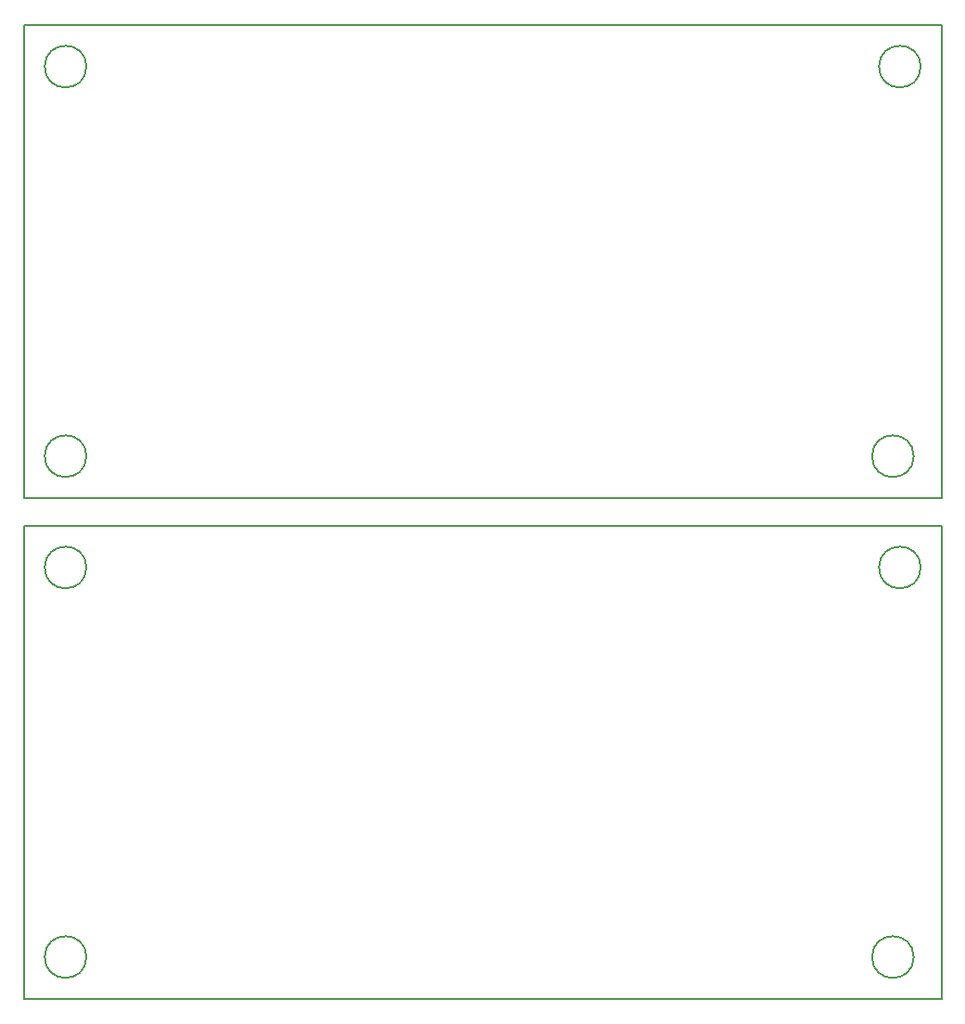
<source format=gm1>
G04 #@! TF.FileFunction,Profile,NP*
%FSLAX46Y46*%
G04 Gerber Fmt 4.6, Leading zero omitted, Abs format (unit mm)*
G04 Created by KiCad (PCBNEW 4.0.6+dfsg1-1) date Mon Apr 23 23:44:20 2018*
%MOMM*%
%LPD*%
G01*
G04 APERTURE LIST*
%ADD10C,0.100000*%
%ADD11C,0.150000*%
G04 APERTURE END LIST*
D10*
D11*
X180340000Y-114300000D02*
X111760000Y-114300000D01*
X180340000Y-157480000D02*
X111760000Y-157480000D01*
X111760000Y-157480000D02*
X111760000Y-114300000D01*
X180340000Y-157480000D02*
X185420000Y-157480000D01*
X185420000Y-157480000D02*
X187960000Y-157480000D01*
X187960000Y-157480000D02*
X190500000Y-157480000D01*
X190500000Y-114300000D02*
X180340000Y-114300000D01*
X193675000Y-118110000D02*
G75*
G03X193675000Y-118110000I-1905000J0D01*
G01*
X193040000Y-153670000D02*
G75*
G03X193040000Y-153670000I-1905000J0D01*
G01*
X190500000Y-114300000D02*
X195580000Y-114300000D01*
X117475000Y-118110000D02*
G75*
G03X117475000Y-118110000I-1905000J0D01*
G01*
X117475000Y-153670000D02*
G75*
G03X117475000Y-153670000I-1905000J0D01*
G01*
X191135000Y-157480000D02*
X195580000Y-157480000D01*
X195580000Y-157480000D02*
X189865000Y-157480000D01*
X195580000Y-114300000D02*
X195580000Y-157480000D01*
X195580000Y-68580000D02*
X195580000Y-111760000D01*
X195580000Y-111760000D02*
X189865000Y-111760000D01*
X191135000Y-111760000D02*
X195580000Y-111760000D01*
X117475000Y-107950000D02*
G75*
G03X117475000Y-107950000I-1905000J0D01*
G01*
X117475000Y-72390000D02*
G75*
G03X117475000Y-72390000I-1905000J0D01*
G01*
X190500000Y-68580000D02*
X195580000Y-68580000D01*
X193040000Y-107950000D02*
G75*
G03X193040000Y-107950000I-1905000J0D01*
G01*
X193675000Y-72390000D02*
G75*
G03X193675000Y-72390000I-1905000J0D01*
G01*
X190500000Y-68580000D02*
X180340000Y-68580000D01*
X187960000Y-111760000D02*
X190500000Y-111760000D01*
X185420000Y-111760000D02*
X187960000Y-111760000D01*
X180340000Y-111760000D02*
X185420000Y-111760000D01*
X111760000Y-111760000D02*
X111760000Y-68580000D01*
X180340000Y-111760000D02*
X111760000Y-111760000D01*
X180340000Y-68580000D02*
X111760000Y-68580000D01*
M02*

</source>
